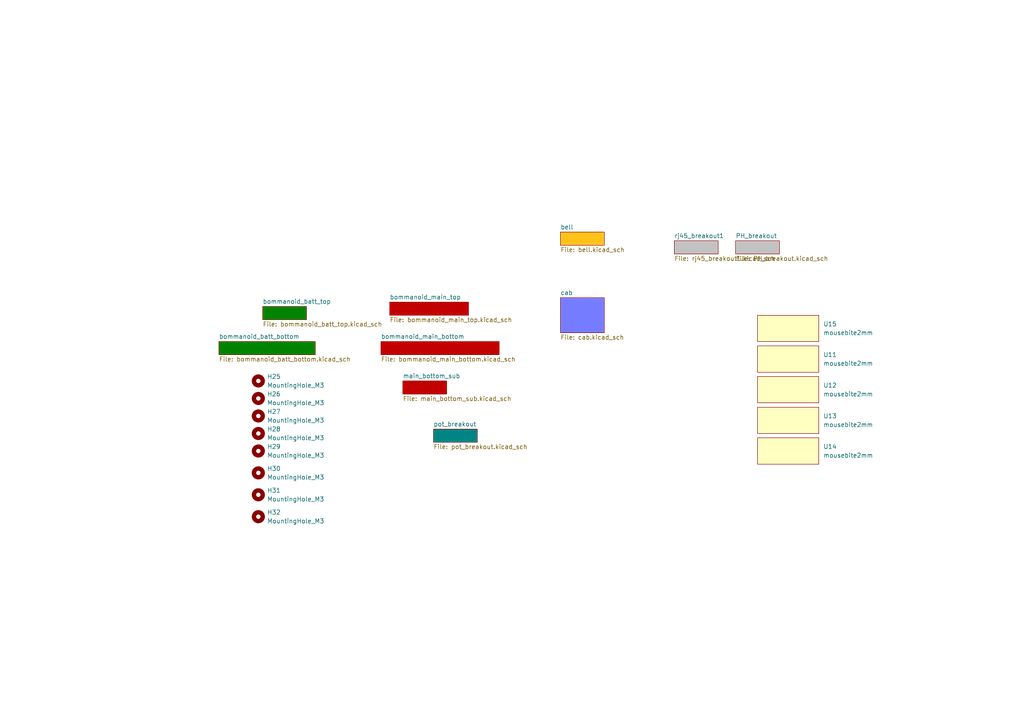
<source format=kicad_sch>
(kicad_sch (version 20211123) (generator eeschema)
  (paper "A4")
  (lib_symbols
    (symbol "Mechanical:MountingHole" (pin_names (offset 1.016))
      (property "Reference" "H" (at 0 5.08 0))
      (property "Value" "MountingHole" (at 0 3.175 0))
      (symbol "MountingHole_0_1"
        (circle (center 0 0) (radius 1.27) (stroke (width 1.27)))
      )
    )
    (symbol "clarinoid2:Placeholder" (in_bom no)
      (property "Reference" "U" (at 0 0 0))
      (property "Value" "Placeholder" (at 0 -1.27 0))
      (symbol "Placeholder_0_1"
        (rectangle (start -8.89 2.54) (end 8.89 -5.08) (fill (type background)))
      )
    )
  )
  (symbol (lib_id "clarinoid2:Placeholder") (at 228.6 93.98 0) (unit 1) (in_bom no)
    (property "Reference" "U15" (at 238.76 93.9799 0) (effects (justify left)))
    (property "Value" "mousebite2mm" (at 238.76 96.5199 0) (effects (justify left)))
    (property "Footprint" "clarinoid2:mouse-bite-2mm-slot" (effects hide))
  )
  (symbol (lib_id "clarinoid2:Placeholder") (at 228.6 111.76 0) (unit 1) (in_bom no)
    (property "Reference" "U12" (at 238.76 111.7599 0) (effects (justify left)))
    (property "Value" "mousebite2mm" (at 238.76 114.2999 0) (effects (justify left)))
    (property "Footprint" "clarinoid2:mouse-bite-2mm-slot" (effects hide))
  )
  (symbol (lib_id "clarinoid2:Placeholder") (at 228.6 129.54 0) (unit 1) (in_bom no)
    (property "Reference" "U14" (at 238.76 129.5399 0) (effects (justify left)))
    (property "Value" "mousebite2mm" (at 238.76 132.0799 0) (effects (justify left)))
    (property "Footprint" "clarinoid2:mouse-bite-2mm-slot" (effects hide))
  )
  (symbol (lib_id "Mechanical:MountingHole") (at 74.93 125.73 0) (unit 1)
    (property "Reference" "H28" (at 77.47 124.4599 0) (effects (justify left)))
    (property "Value" "MountingHole_M3" (at 77.47 126.9999 0) (effects (justify left)))
    (property "Footprint" "MountingHole:MountingHole_3.2mm_M3" (effects hide))
  )
  (symbol (lib_id "Mechanical:MountingHole") (at 74.93 115.57 0) (unit 1)
    (property "Reference" "H26" (at 77.47 114.2999 0) (effects (justify left)))
    (property "Value" "MountingHole_M3" (at 77.47 116.8399 0) (effects (justify left)))
    (property "Footprint" "MountingHole:MountingHole_3.2mm_M3" (effects hide))
  )
  (symbol (lib_id "Mechanical:MountingHole") (at 74.93 130.81 0) (unit 1)
    (property "Reference" "H29" (at 77.47 129.5399 0) (effects (justify left)))
    (property "Value" "MountingHole_M3" (at 77.47 132.0799 0) (effects (justify left)))
    (property "Footprint" "MountingHole:MountingHole_3.2mm_M3" (effects hide))
  )
  (symbol (lib_id "Mechanical:MountingHole") (at 74.93 137.16 0) (unit 1)
    (property "Reference" "H30" (at 77.47 135.8899 0) (effects (justify left)))
    (property "Value" "MountingHole_M3" (at 77.47 138.4299 0) (effects (justify left)))
    (property "Footprint" "MountingHole:MountingHole_3.2mm_M3" (effects hide))
  )
  (symbol (lib_id "Mechanical:MountingHole") (at 74.93 120.65 0) (unit 1)
    (property "Reference" "H27" (at 77.47 119.3799 0) (effects (justify left)))
    (property "Value" "MountingHole_M3" (at 77.47 121.9199 0) (effects (justify left)))
    (property "Footprint" "MountingHole:MountingHole_3.2mm_M3" (effects hide))
  )
  (symbol (lib_id "Mechanical:MountingHole") (at 74.93 110.49 0) (unit 1)
    (property "Reference" "H25" (at 77.47 109.2199 0) (effects (justify left)))
    (property "Value" "MountingHole_M3" (at 77.47 111.7599 0) (effects (justify left)))
    (property "Footprint" "MountingHole:MountingHole_3.2mm_M3" (effects hide))
  )
  (symbol (lib_id "Mechanical:MountingHole") (at 74.93 149.86 0) (unit 1)
    (property "Reference" "H32" (at 77.47 148.5899 0) (effects (justify left)))
    (property "Value" "MountingHole_M3" (at 77.47 151.1299 0) (effects (justify left)))
    (property "Footprint" "MountingHole:MountingHole_3.2mm_M3" (effects hide))
  )
  (symbol (lib_id "clarinoid2:Placeholder") (at 228.6 102.87 0) (unit 1) (in_bom no)
    (property "Reference" "U11" (at 238.76 102.8699 0) (effects (justify left)))
    (property "Value" "mousebite2mm" (at 238.76 105.4099 0) (effects (justify left)))
    (property "Footprint" "clarinoid2:mouse-bite-2mm-slot" (effects hide))
  )
  (symbol (lib_id "clarinoid2:Placeholder") (at 228.6 120.65 0) (unit 1) (in_bom no)
    (property "Reference" "U13" (at 238.76 120.6499 0) (effects (justify left)))
    (property "Value" "mousebite2mm" (at 238.76 123.1899 0) (effects (justify left)))
    (property "Footprint" "clarinoid2:mouse-bite-2mm-slot" (effects hide))
  )
  (symbol (lib_id "Mechanical:MountingHole") (at 74.93 143.51 0) (unit 1)
    (property "Reference" "H31" (at 77.47 142.2399 0) (effects (justify left)))
    (property "Value" "MountingHole_M3" (at 77.47 144.7799 0) (effects (justify left)))
    (property "Footprint" "MountingHole:MountingHole_3.2mm_M3" (effects hide))
  )
  (sheet (at 113.03 87.63) (size 22.86 3.81) (stroke (width 0.1524)) (fill (color 194 0 0 1.0000))
    (property "Sheet name" "bommanoid_main_top" (at 113.03 86.9184 0) (effects (justify left bottom)))
    (property "Sheet file" "bommanoid_main_top.kicad_sch" (at 113.03 92.0246 0) (effects (justify left top)))
  )
  (sheet (at 76.2 88.9) (size 12.7 3.81) (stroke (width 0.1524)) (fill (color 0 132 0 1.0000))
    (property "Sheet name" "bommanoid_batt_top" (at 76.2 88.1884 0) (effects (justify left bottom)))
    (property "Sheet file" "bommanoid_batt_top.kicad_sch" (at 76.2 93.2946 0) (effects (justify left top)))
  )
  (sheet (at 110.49 99.06) (size 34.29 3.81) (stroke (width 0.1524)) (fill (color 194 0 0 1.0000))
    (property "Sheet name" "bommanoid_main_bottom" (at 110.49 98.3484 0) (effects (justify left bottom)))
    (property "Sheet file" "bommanoid_main_bottom.kicad_sch" (at 110.49 103.4546 0) (effects (justify left top)))
  )
  (sheet (at 125.73 124.46) (size 12.7 3.81) (stroke (width 0.1524)) (fill (color 0 132 132 1.0000))
    (property "Sheet name" "pot_breakout" (at 125.73 123.7484 0) (effects (justify left bottom)))
    (property "Sheet file" "pot_breakout.kicad_sch" (at 125.73 128.8546 0) (effects (justify left top)))
  )
  (sheet (at 195.58 69.85) (size 12.7 3.81) (stroke (width 0.1524)) (fill (color 194 194 194 1.0000))
    (property "Sheet name" "rj45_breakout1" (at 195.58 69.1384 0) (effects (justify left bottom)))
    (property "Sheet file" "rj45_breakout1.kicad_sch" (at 195.58 74.2446 0) (effects (justify left top)))
  )
  (sheet (at 116.84 110.49) (size 12.7 3.81) (stroke (width 0.1524)) (fill (color 194 0 0 1.0000))
    (property "Sheet name" "main_bottom_sub" (at 116.84 109.7784 0) (effects (justify left bottom)))
    (property "Sheet file" "main_bottom_sub.kicad_sch" (at 116.84 114.8846 0) (effects (justify left top)))
  )
  (sheet (at 63.5 99.06) (size 27.94 3.81) (stroke (width 0.1524)) (fill (color 0 132 0 1.0000))
    (property "Sheet name" "bommanoid_batt_bottom" (at 63.5 98.3484 0) (effects (justify left bottom)))
    (property "Sheet file" "bommanoid_batt_bottom.kicad_sch" (at 63.5 103.4546 0) (effects (justify left top)))
  )
  (sheet (at 162.56 67.31) (size 12.7 3.81) (stroke (width 0.1524)) (fill (color 255 194 25 1.0000))
    (property "Sheet name" "bell" (at 162.56 66.5984 0) (effects (justify left bottom)))
    (property "Sheet file" "bell.kicad_sch" (at 162.56 71.7046 0) (effects (justify left top)))
  )
  (sheet (at 162.56 86.36) (size 12.7 10.16) (stroke (width 0.1524)) (fill (color 118 124 255 1.0000))
    (property "Sheet name" "cab" (at 162.56 85.6484 0) (effects (justify left bottom)))
    (property "Sheet file" "cab.kicad_sch" (at 162.56 97.1046 0) (effects (justify left top)))
  )
  (sheet (at 213.36 69.85) (size 12.7 3.81) (stroke (width 0.1524)) (fill (color 194 194 194 1.0000))
    (property "Sheet name" "PH_breakout" (at 213.36 69.1384 0) (effects (justify left bottom)))
    (property "Sheet file" "PH_breakout.kicad_sch" (at 213.36 74.2446 0) (effects (justify left top)))
  )
)
</source>
